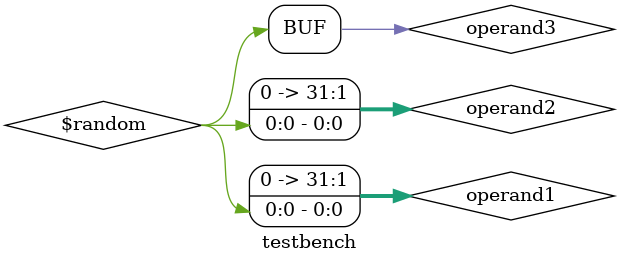
<source format=v>
`timescale 1ns / 1ps   //·ÂÕæµ¥Î»Ê±¼äÎª1ns£¬¾«¶ÈÎª1ps
module testbench;

    // Inputs
    reg [31:0] operand1;
    reg [31:0] operand2;
    reg cin;

    // Outputs
    wire [31:0] result;
    wire cout;
    // Instantiate the Unit Under Test (UUT)
    adder uut (
        .operand1(operand1), 
        .operand2(operand2), 
        .cin(cin), 
        .result(result), 
        .cout(cout)
    );
    initial begin
        // Initialize Inputs
        operand1 = 0;
        operand2 = 0;
        cin = 0;
        // Wait 100 ns for global reset to finish
        #100;
        // Add stimulus here
    end
    always #10 operand1 = $random;  //$randomÎªÏµÍ³ÈÎÎñ£¬²úÉúÒ»¸öËæ»úµÄ32Î»Êý
    always #10 operand2 = $random;
	 always #10 operand3 = $random;  //#10 ±íÊ¾µÈ´ý10¸öµ¥Î»Ê±¼ä(10ns)£¬¼´Ã¿¹ý10ns£¬¸³ÖµÒ»¸öËæ»úµÄ32Î»Êý
    always #10 cin = {$random} % 2; //¼ÓÁËÆ´½Ó·û£¬{$random}²úÉúÒ»¸ö·Ç¸ºÊý£¬³ý2È¡ÓàµÃµ½0»ò1
endmodule


</source>
